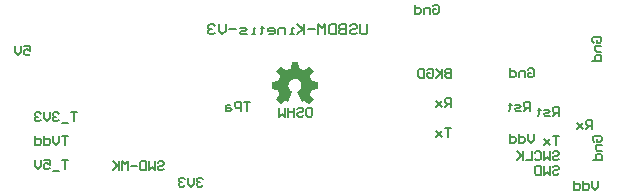
<source format=gbo>
G04 Layer_Color=32896*
%FSLAX23Y23*%
%MOIN*%
G70*
G01*
G75*
%ADD43C,0.005*%
%ADD44C,0.007*%
G36*
X1332Y1354D02*
Y1353D01*
X1335Y1333D01*
Y1333D01*
Y1333D01*
X1336Y1333D01*
X1336Y1332D01*
X1350Y1327D01*
X1351D01*
X1367Y1338D01*
X1369D01*
X1369Y1338D01*
X1383Y1324D01*
Y1324D01*
Y1323D01*
Y1323D01*
Y1323D01*
X1372Y1306D01*
Y1306D01*
Y1306D01*
Y1305D01*
Y1305D01*
X1378Y1291D01*
Y1291D01*
X1378Y1291D01*
X1379Y1290D01*
X1398Y1287D01*
X1398D01*
X1399Y1287D01*
Y1286D01*
Y1266D01*
Y1266D01*
X1398Y1266D01*
X1398Y1265D01*
X1379Y1261D01*
X1379D01*
X1379Y1261D01*
X1378Y1261D01*
X1372Y1246D01*
Y1246D01*
Y1245D01*
Y1245D01*
Y1245D01*
X1383Y1229D01*
Y1228D01*
Y1228D01*
Y1228D01*
X1369Y1214D01*
X1369Y1214D01*
X1368D01*
X1367Y1214D01*
X1352Y1224D01*
X1351D01*
X1344Y1220D01*
X1344D01*
X1344Y1221D01*
X1343Y1221D01*
X1329Y1255D01*
Y1255D01*
Y1255D01*
X1330Y1256D01*
X1332Y1257D01*
X1332Y1257D01*
X1332Y1257D01*
X1332Y1258D01*
X1333Y1258D01*
X1334Y1259D01*
X1335Y1260D01*
X1337Y1262D01*
X1339Y1265D01*
X1341Y1268D01*
X1342Y1271D01*
X1342Y1276D01*
Y1276D01*
Y1277D01*
X1342Y1279D01*
X1342Y1281D01*
X1341Y1283D01*
X1340Y1286D01*
X1338Y1289D01*
X1336Y1291D01*
X1336Y1291D01*
X1335Y1292D01*
X1334Y1293D01*
X1332Y1294D01*
X1330Y1296D01*
X1327Y1297D01*
X1324Y1298D01*
X1321Y1298D01*
X1319D01*
X1318Y1298D01*
X1315Y1297D01*
X1313Y1296D01*
X1310Y1295D01*
X1308Y1293D01*
X1305Y1291D01*
X1305Y1291D01*
X1304Y1290D01*
X1304Y1289D01*
X1302Y1287D01*
X1301Y1284D01*
X1300Y1282D01*
X1299Y1279D01*
X1299Y1276D01*
Y1275D01*
X1299Y1274D01*
X1300Y1271D01*
X1300Y1269D01*
X1302Y1266D01*
X1303Y1263D01*
X1305Y1260D01*
X1309Y1258D01*
X1309Y1258D01*
X1309Y1257D01*
X1310D01*
X1310Y1257D01*
X1312Y1256D01*
X1312Y1256D01*
X1312Y1255D01*
X1299Y1221D01*
X1298Y1221D01*
X1297Y1220D01*
X1290Y1224D01*
X1289D01*
X1274Y1214D01*
X1274Y1214D01*
X1273D01*
X1273Y1214D01*
X1258Y1228D01*
Y1228D01*
Y1229D01*
Y1229D01*
X1269Y1245D01*
Y1245D01*
Y1245D01*
Y1245D01*
Y1246D01*
X1263Y1261D01*
Y1261D01*
Y1261D01*
X1263Y1261D01*
X1262D01*
X1244Y1265D01*
X1244D01*
X1243Y1266D01*
X1243Y1266D01*
Y1286D01*
Y1286D01*
Y1287D01*
X1243Y1287D01*
X1244D01*
X1263Y1290D01*
X1263D01*
X1264Y1291D01*
X1264Y1291D01*
X1270Y1305D01*
Y1305D01*
Y1306D01*
Y1306D01*
Y1306D01*
Y1306D01*
X1258Y1323D01*
Y1323D01*
Y1323D01*
Y1324D01*
Y1324D01*
X1273Y1338D01*
X1273Y1338D01*
X1274D01*
X1290Y1327D01*
X1292D01*
X1305Y1332D01*
X1305D01*
X1306Y1333D01*
X1306Y1333D01*
Y1333D01*
X1310Y1353D01*
Y1353D01*
Y1354D01*
X1310Y1354D01*
X1311Y1354D01*
X1331D01*
X1332Y1354D01*
D02*
G37*
D43*
X1013Y964D02*
X1008Y969D01*
X998D01*
X993Y964D01*
Y959D01*
X998Y954D01*
X1003D01*
X998D01*
X993Y949D01*
Y944D01*
X998Y939D01*
X1008D01*
X1013Y944D01*
X983Y969D02*
Y949D01*
X973Y939D01*
X963Y949D01*
Y969D01*
X953Y964D02*
X948Y969D01*
X938D01*
X933Y964D01*
Y959D01*
X938Y954D01*
X943D01*
X938D01*
X933Y949D01*
Y944D01*
X938Y939D01*
X948D01*
X953Y944D01*
X419Y1407D02*
X439D01*
Y1392D01*
X429Y1397D01*
X424D01*
X419Y1392D01*
Y1382D01*
X424Y1377D01*
X434D01*
X439Y1382D01*
X409Y1407D02*
Y1387D01*
X399Y1377D01*
X389Y1387D01*
Y1407D01*
X1780Y1540D02*
X1785Y1545D01*
X1795D01*
X1800Y1540D01*
Y1520D01*
X1795Y1515D01*
X1785D01*
X1780Y1520D01*
Y1530D01*
X1790D01*
X1770Y1515D02*
Y1535D01*
X1755D01*
X1750Y1530D01*
Y1515D01*
X1720Y1545D02*
Y1515D01*
X1735D01*
X1740Y1520D01*
Y1530D01*
X1735Y1535D01*
X1720D01*
X1170Y1222D02*
X1150D01*
X1160D01*
Y1192D01*
X1140D02*
Y1222D01*
X1125D01*
X1120Y1217D01*
Y1207D01*
X1125Y1202D01*
X1140D01*
X1105Y1212D02*
X1095D01*
X1090Y1207D01*
Y1192D01*
X1105D01*
X1110Y1197D01*
X1105Y1202D01*
X1090D01*
X863Y1018D02*
X868Y1023D01*
X878D01*
X883Y1018D01*
Y1013D01*
X878Y1008D01*
X868D01*
X863Y1003D01*
Y998D01*
X868Y993D01*
X878D01*
X883Y998D01*
X853Y1023D02*
Y993D01*
X843Y1003D01*
X833Y993D01*
Y1023D01*
X823D02*
Y993D01*
X808D01*
X803Y998D01*
Y1018D01*
X808Y1023D01*
X823D01*
X793Y1008D02*
X773D01*
X763Y993D02*
Y1023D01*
X753Y1013D01*
X743Y1023D01*
Y993D01*
X733Y1023D02*
Y993D01*
Y1003D01*
X713Y1023D01*
X728Y1008D01*
X713Y993D01*
X565Y1109D02*
X545D01*
X555D01*
Y1079D01*
X535Y1109D02*
Y1089D01*
X525Y1079D01*
X515Y1089D01*
Y1109D01*
X485D02*
Y1079D01*
X500D01*
X505Y1084D01*
Y1094D01*
X500Y1099D01*
X485D01*
X455Y1109D02*
Y1079D01*
X470D01*
X475Y1084D01*
Y1094D01*
X470Y1099D01*
X455D01*
X593Y1187D02*
X573D01*
X583D01*
Y1157D01*
X563Y1152D02*
X543D01*
X533Y1182D02*
X528Y1187D01*
X518D01*
X513Y1182D01*
Y1177D01*
X518Y1172D01*
X523D01*
X518D01*
X513Y1167D01*
Y1162D01*
X518Y1157D01*
X528D01*
X533Y1162D01*
X503Y1187D02*
Y1167D01*
X493Y1157D01*
X483Y1167D01*
Y1187D01*
X473Y1182D02*
X468Y1187D01*
X458D01*
X453Y1182D01*
Y1177D01*
X458Y1172D01*
X463D01*
X458D01*
X453Y1167D01*
Y1162D01*
X458Y1157D01*
X468D01*
X473Y1162D01*
X564Y1026D02*
X544D01*
X554D01*
Y996D01*
X534Y991D02*
X514D01*
X484Y1026D02*
X504D01*
Y1011D01*
X494Y1016D01*
X489D01*
X484Y1011D01*
Y1001D01*
X489Y996D01*
X499D01*
X504Y1001D01*
X474Y1026D02*
Y1006D01*
X464Y996D01*
X454Y1006D01*
Y1026D01*
X2318Y1089D02*
X2313Y1094D01*
Y1104D01*
X2318Y1109D01*
X2338D01*
X2343Y1104D01*
Y1094D01*
X2338Y1089D01*
X2328D01*
Y1099D01*
X2343Y1079D02*
X2323D01*
Y1064D01*
X2328Y1059D01*
X2343D01*
X2313Y1029D02*
X2343D01*
Y1044D01*
X2338Y1049D01*
X2328D01*
X2323Y1044D01*
Y1029D01*
X2317Y1419D02*
X2312Y1424D01*
Y1434D01*
X2317Y1439D01*
X2337D01*
X2342Y1434D01*
Y1424D01*
X2337Y1419D01*
X2327D01*
Y1429D01*
X2342Y1409D02*
X2322D01*
Y1394D01*
X2327Y1389D01*
X2342D01*
X2312Y1359D02*
X2342D01*
Y1374D01*
X2337Y1379D01*
X2327D01*
X2322Y1374D01*
Y1359D01*
X2200Y1175D02*
Y1205D01*
X2185D01*
X2180Y1200D01*
Y1190D01*
X2185Y1185D01*
X2200D01*
X2190D02*
X2180Y1175D01*
X2170D02*
X2155D01*
X2150Y1180D01*
X2155Y1185D01*
X2165D01*
X2170Y1190D01*
X2165Y1195D01*
X2150D01*
X2135Y1200D02*
Y1195D01*
X2140D01*
X2130D01*
X2135D01*
Y1180D01*
X2130Y1175D01*
X2311Y1131D02*
Y1161D01*
X2296D01*
X2291Y1156D01*
Y1146D01*
X2296Y1141D01*
X2311D01*
X2301D02*
X2291Y1131D01*
X2281Y1151D02*
X2261Y1131D01*
X2271Y1141D01*
X2261Y1151D01*
X2281Y1131D01*
X2200Y1107D02*
X2180D01*
X2190D01*
Y1077D01*
X2170Y1097D02*
X2150Y1077D01*
X2160Y1087D01*
X2150Y1097D01*
X2170Y1077D01*
X2180Y1052D02*
X2185Y1057D01*
X2195D01*
X2200Y1052D01*
Y1047D01*
X2195Y1042D01*
X2185D01*
X2180Y1037D01*
Y1032D01*
X2185Y1027D01*
X2195D01*
X2200Y1032D01*
X2170Y1057D02*
Y1027D01*
X2160Y1037D01*
X2150Y1027D01*
Y1057D01*
X2120Y1052D02*
X2125Y1057D01*
X2135D01*
X2140Y1052D01*
Y1032D01*
X2135Y1027D01*
X2125D01*
X2120Y1032D01*
X2110Y1057D02*
Y1027D01*
X2090D01*
X2080Y1057D02*
Y1027D01*
Y1037D01*
X2060Y1057D01*
X2075Y1042D01*
X2060Y1027D01*
X2180Y1004D02*
X2185Y1009D01*
X2195D01*
X2200Y1004D01*
Y999D01*
X2195Y994D01*
X2185D01*
X2180Y989D01*
Y984D01*
X2185Y979D01*
X2195D01*
X2200Y984D01*
X2170Y1009D02*
Y979D01*
X2160Y989D01*
X2150Y979D01*
Y1009D01*
X2140D02*
Y979D01*
X2125D01*
X2120Y984D01*
Y1004D01*
X2125Y1009D01*
X2140D01*
X2331Y959D02*
Y939D01*
X2321Y929D01*
X2311Y939D01*
Y959D01*
X2281D02*
Y929D01*
X2296D01*
X2301Y934D01*
Y944D01*
X2296Y949D01*
X2281D01*
X2251Y959D02*
Y929D01*
X2266D01*
X2271Y934D01*
Y944D01*
X2266Y949D01*
X2251D01*
X2117Y1115D02*
Y1095D01*
X2107Y1085D01*
X2097Y1095D01*
Y1115D01*
X2067D02*
Y1085D01*
X2082D01*
X2087Y1090D01*
Y1100D01*
X2082Y1105D01*
X2067D01*
X2037Y1115D02*
Y1085D01*
X2052D01*
X2057Y1090D01*
Y1100D01*
X2052Y1105D01*
X2037D01*
X2104Y1192D02*
Y1222D01*
X2089D01*
X2084Y1217D01*
Y1207D01*
X2089Y1202D01*
X2104D01*
X2094D02*
X2084Y1192D01*
X2074D02*
X2059D01*
X2054Y1197D01*
X2059Y1202D01*
X2069D01*
X2074Y1207D01*
X2069Y1212D01*
X2054D01*
X2039Y1217D02*
Y1212D01*
X2044D01*
X2034D01*
X2039D01*
Y1197D01*
X2034Y1192D01*
X2096Y1329D02*
X2101Y1334D01*
X2111D01*
X2116Y1329D01*
Y1309D01*
X2111Y1304D01*
X2101D01*
X2096Y1309D01*
Y1319D01*
X2106D01*
X2086Y1304D02*
Y1324D01*
X2071D01*
X2066Y1319D01*
Y1304D01*
X2036Y1334D02*
Y1304D01*
X2051D01*
X2056Y1309D01*
Y1319D01*
X2051Y1324D01*
X2036D01*
X1842Y1134D02*
X1822D01*
X1832D01*
Y1104D01*
X1812Y1124D02*
X1792Y1104D01*
X1802Y1114D01*
X1792Y1124D01*
X1812Y1104D01*
X1842Y1205D02*
Y1235D01*
X1827D01*
X1822Y1230D01*
Y1220D01*
X1827Y1215D01*
X1842D01*
X1832D02*
X1822Y1205D01*
X1812Y1225D02*
X1792Y1205D01*
X1802Y1215D01*
X1792Y1225D01*
X1812Y1205D01*
X1842Y1332D02*
Y1302D01*
X1827D01*
X1822Y1307D01*
Y1312D01*
X1827Y1317D01*
X1842D01*
X1827D01*
X1822Y1322D01*
Y1327D01*
X1827Y1332D01*
X1842D01*
X1812D02*
Y1302D01*
Y1312D01*
X1792Y1332D01*
X1807Y1317D01*
X1792Y1302D01*
X1762Y1327D02*
X1767Y1332D01*
X1777D01*
X1782Y1327D01*
Y1307D01*
X1777Y1302D01*
X1767D01*
X1762Y1307D01*
Y1317D01*
X1772D01*
X1752Y1332D02*
Y1302D01*
X1737D01*
X1732Y1307D01*
Y1327D01*
X1737Y1332D01*
X1752D01*
X1562Y1481D02*
Y1452D01*
X1556Y1446D01*
X1545D01*
X1539Y1452D01*
Y1481D01*
X1504Y1475D02*
X1510Y1481D01*
X1521D01*
X1527Y1475D01*
Y1469D01*
X1521Y1463D01*
X1510D01*
X1504Y1458D01*
Y1452D01*
X1510Y1446D01*
X1521D01*
X1527Y1452D01*
X1492Y1481D02*
Y1446D01*
X1475D01*
X1469Y1452D01*
Y1458D01*
X1475Y1463D01*
X1492D01*
X1475D01*
X1469Y1469D01*
Y1475D01*
X1475Y1481D01*
X1492D01*
X1457D02*
Y1446D01*
X1440D01*
X1434Y1452D01*
Y1475D01*
X1440Y1481D01*
X1457D01*
X1422Y1446D02*
Y1481D01*
X1410Y1469D01*
X1399Y1481D01*
Y1446D01*
X1387Y1463D02*
X1364D01*
X1352Y1481D02*
Y1446D01*
Y1458D01*
X1329Y1481D01*
X1346Y1463D01*
X1329Y1446D01*
X1317D02*
X1305D01*
X1311D01*
Y1469D01*
X1317D01*
X1288Y1446D02*
Y1469D01*
X1270D01*
X1265Y1463D01*
Y1446D01*
X1235D02*
X1247D01*
X1253Y1452D01*
Y1463D01*
X1247Y1469D01*
X1235D01*
X1230Y1463D01*
Y1458D01*
X1253D01*
X1212Y1475D02*
Y1469D01*
X1218D01*
X1206D01*
X1212D01*
Y1452D01*
X1206Y1446D01*
X1189D02*
X1177D01*
X1183D01*
Y1469D01*
X1189D01*
X1160Y1446D02*
X1142D01*
X1136Y1452D01*
X1142Y1458D01*
X1154D01*
X1160Y1463D01*
X1154Y1469D01*
X1136D01*
X1125Y1463D02*
X1101D01*
X1090Y1481D02*
Y1458D01*
X1078Y1446D01*
X1066Y1458D01*
Y1481D01*
X1055Y1475D02*
X1049Y1481D01*
X1037D01*
X1031Y1475D01*
Y1469D01*
X1037Y1463D01*
X1043D01*
X1037D01*
X1031Y1458D01*
Y1452D01*
X1037Y1446D01*
X1049D01*
X1055Y1452D01*
D44*
X1364Y1202D02*
X1374D01*
X1379Y1197D01*
Y1177D01*
X1374Y1172D01*
X1364D01*
X1359Y1177D01*
Y1197D01*
X1364Y1202D01*
X1329Y1197D02*
X1334Y1202D01*
X1344D01*
X1349Y1197D01*
Y1192D01*
X1344Y1187D01*
X1334D01*
X1329Y1182D01*
Y1177D01*
X1334Y1172D01*
X1344D01*
X1349Y1177D01*
X1319Y1202D02*
Y1172D01*
Y1187D01*
X1299D01*
Y1202D01*
Y1172D01*
X1289Y1202D02*
Y1172D01*
X1279Y1182D01*
X1269Y1172D01*
Y1202D01*
M02*

</source>
